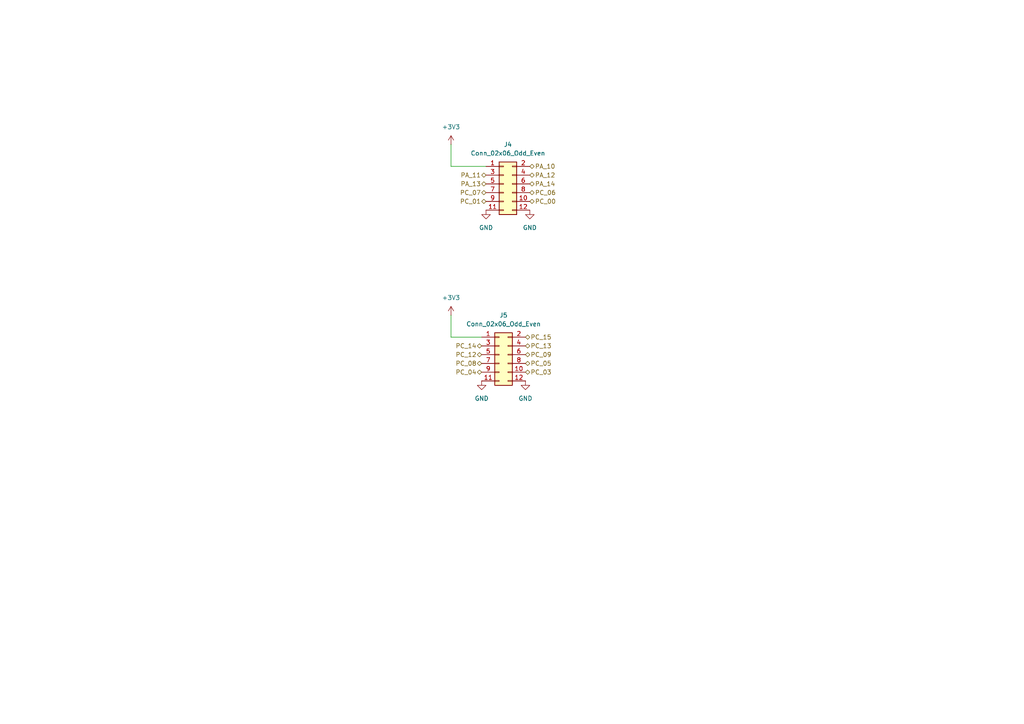
<source format=kicad_sch>
(kicad_sch (version 20231120) (generator "eeschema") (generator_version "8.0")
  (paper "A4")
  (title_block (date "2024-08-09"))
  (lib_symbols
    (symbol "Connector_Generic:Conn_02x06_Odd_Even" (pin_names (offset 1.016) hide)
      (property "Reference" "J" (at 1.27 7.62 0))
      (property "Value" "Conn_02x06_Odd_Even" (at 1.27 -10.16 0))
      (symbol "Conn_02x06_Odd_Even_1_1"
        (rectangle (start -1.27 -7.493) (end 0 -7.747) (stroke (width 0.1524)))
        (rectangle (start -1.27 -4.953) (end 0 -5.207) (stroke (width 0.1524)))
        (rectangle (start -1.27 -2.413) (end 0 -2.667) (stroke (width 0.1524)))
        (rectangle (start -1.27 0.127) (end 0 -0.127) (stroke (width 0.1524)))
        (rectangle (start -1.27 2.667) (end 0 2.413) (stroke (width 0.1524)))
        (rectangle (start -1.27 5.207) (end 0 4.953) (stroke (width 0.1524)))
        (rectangle (start -1.27 6.35) (end 3.81 -8.89) (stroke (width 0.254)) (fill (type background)))
        (rectangle (start 3.81 -7.493) (end 2.54 -7.747) (stroke (width 0.1524)))
        (rectangle (start 3.81 -4.953) (end 2.54 -5.207) (stroke (width 0.1524)))
        (rectangle (start 3.81 -2.413) (end 2.54 -2.667) (stroke (width 0.1524)))
        (rectangle (start 3.81 0.127) (end 2.54 -0.127) (stroke (width 0.1524)))
        (rectangle (start 3.81 2.667) (end 2.54 2.413) (stroke (width 0.1524)))
        (rectangle (start 3.81 5.207) (end 2.54 4.953) (stroke (width 0.1524)))
        (pin passive line (at -5.08 5.08 0) (length 3.81) (name "Pin_1") (number "1"))
        (pin passive line (at 7.62 -5.08 180) (length 3.81) (name "Pin_10") (number "10"))
        (pin passive line (at -5.08 -7.62 0) (length 3.81) (name "Pin_11") (number "11"))
        (pin passive line (at 7.62 -7.62 180) (length 3.81) (name "Pin_12") (number "12"))
        (pin passive line (at 7.62 5.08 180) (length 3.81) (name "Pin_2") (number "2"))
        (pin passive line (at -5.08 2.54 0) (length 3.81) (name "Pin_3") (number "3"))
        (pin passive line (at 7.62 2.54 180) (length 3.81) (name "Pin_4") (number "4"))
        (pin passive line (at -5.08 0 0) (length 3.81) (name "Pin_5") (number "5"))
        (pin passive line (at 7.62 0 180) (length 3.81) (name "Pin_6") (number "6"))
        (pin passive line (at -5.08 -2.54 0) (length 3.81) (name "Pin_7") (number "7"))
        (pin passive line (at 7.62 -2.54 180) (length 3.81) (name "Pin_8") (number "8"))
        (pin passive line (at -5.08 -5.08 0) (length 3.81) (name "Pin_9") (number "9"))
      )
    )
    (symbol "power:+3V3" (power) (pin_numbers hide) (pin_names (offset 0) hide)
      (property "Value" "+3V3" (at 0 3.556 0))
      (symbol "+3V3_0_1"
        (polyline (pts (xy -0.762 1.27) (xy 0 2.54)))
        (polyline (pts (xy 0 0) (xy 0 2.54)))
        (polyline (pts (xy 0 2.54) (xy 0.762 1.27)))
      )
      (symbol "+3V3_1_1"
        (pin power_in line (at 0 0 90) (length 0) (name "~") (number "1"))
      )
    )
    (symbol "power:GND" (power) (pin_numbers hide) (pin_names (offset 0) hide)
      (property "Value" "GND" (at 0 -3.81 0))
      (symbol "GND_0_1"
        (polyline (pts (xy 0 0) (xy 0 -1.27) (xy 1.27 -1.27) (xy 0 -2.54) (xy -1.27 -1.27) (xy 0 -1.27)))
      )
      (symbol "GND_1_1"
        (pin power_in line (at 0 0 270) (length 0) (name "~") (number "1"))
      )
    )
  )
  (wire (pts (xy 130.81 41.91) (xy 130.81 48.26)))
  (wire (pts (xy 130.81 91.44) (xy 130.81 97.79)))
  (wire (pts (xy 130.81 48.26) (xy 140.97 48.26)))
  (wire (pts (xy 130.81 97.79) (xy 139.7 97.79)))
  (hierarchical_label "PC_06" (shape bidirectional) (at 153.67 55.88 0))
  (hierarchical_label "PC_15" (shape bidirectional) (at 152.4 97.79 0))
  (hierarchical_label "PC_03" (shape bidirectional) (at 152.4 107.95 0))
  (hierarchical_label "PC_08" (shape bidirectional) (at 139.7 105.41 180))
  (hierarchical_label "PC_12" (shape bidirectional) (at 139.7 102.87 180))
  (hierarchical_label "PA_10" (shape bidirectional) (at 153.67 48.26 0))
  (hierarchical_label "PA_12" (shape bidirectional) (at 153.67 50.8 0))
  (hierarchical_label "PC_04" (shape bidirectional) (at 139.7 107.95 180))
  (hierarchical_label "PC_09" (shape bidirectional) (at 152.4 102.87 0))
  (hierarchical_label "PC_05" (shape bidirectional) (at 152.4 105.41 0))
  (hierarchical_label "PA_11" (shape bidirectional) (at 140.97 50.8 180))
  (hierarchical_label "PA_13" (shape bidirectional) (at 140.97 53.34 180))
  (hierarchical_label "PC_01" (shape bidirectional) (at 140.97 58.42 180))
  (hierarchical_label "PC_00" (shape bidirectional) (at 153.67 58.42 0))
  (hierarchical_label "PC_13" (shape bidirectional) (at 152.4 100.33 0))
  (hierarchical_label "PC_07" (shape bidirectional) (at 140.97 55.88 180))
  (hierarchical_label "PC_14" (shape bidirectional) (at 139.7 100.33 180))
  (hierarchical_label "PA_14" (shape bidirectional) (at 153.67 53.34 0))
  (symbol (lib_id "power:GND") (at 152.4 110.49 0) (unit 1)
    (property "Reference" "#PWR029" (effects (hide yes)))
    (property "Value" "GND" (at 152.4 115.57 0))
    (property "Description" "Power symbol creates a global label with name \"GND\" , ground" (effects (hide yes)))
  )
  (symbol (lib_id "Connector_Generic:Conn_02x06_Odd_Even") (at 146.05 53.34 0) (unit 1)
    (property "Reference" "J4" (at 147.32 41.91 0))
    (property "Value" "Conn_02x06_Odd_Even" (at 147.32 44.45 0))
    (property "Footprint" "Connector_PinHeader_2.54mm:PinHeader_2x06_P2.54mm_Vertical" (effects (hide yes)))
    (property "Description" "Generic connector, double row, 02x06, odd/even pin numbering scheme (row 1 odd numbers, row 2 even numbers), script generated (kicad-library-utils/schlib/autogen/connector/)" (effects (hide yes)))
  )
  (symbol (lib_id "power:GND") (at 139.7 110.49 0) (unit 1)
    (property "Reference" "#PWR031" (effects (hide yes)))
    (property "Value" "GND" (at 139.7 115.57 0))
    (property "Description" "Power symbol creates a global label with name \"GND\" , ground" (effects (hide yes)))
  )
  (symbol (lib_id "power:GND") (at 140.97 60.96 0) (unit 1)
    (property "Reference" "#PWR030" (effects (hide yes)))
    (property "Value" "GND" (at 140.97 66.04 0))
    (property "Description" "Power symbol creates a global label with name \"GND\" , ground" (effects (hide yes)))
  )
  (symbol (lib_id "power:GND") (at 153.67 60.96 0) (unit 1)
    (property "Reference" "#PWR028" (effects (hide yes)))
    (property "Value" "GND" (at 153.67 66.04 0))
    (property "Description" "Power symbol creates a global label with name \"GND\" , ground" (effects (hide yes)))
  )
  (symbol (lib_id "power:+3V3") (at 130.81 41.91 0) (unit 1)
    (property "Reference" "#PWR026" (effects (hide yes)))
    (property "Value" "+3V3" (at 130.81 36.83 0))
    (property "Description" "Power symbol creates a global label with name \"+3V3\"" (effects (hide yes)))
  )
  (symbol (lib_id "power:+3V3") (at 130.81 91.44 0) (unit 1)
    (property "Reference" "#PWR027" (effects (hide yes)))
    (property "Value" "+3V3" (at 130.81 86.36 0))
    (property "Description" "Power symbol creates a global label with name \"+3V3\"" (effects (hide yes)))
  )
  (symbol (lib_id "Connector_Generic:Conn_02x06_Odd_Even") (at 144.78 102.87 0) (unit 1)
    (property "Reference" "J5" (at 146.05 91.44 0))
    (property "Value" "Conn_02x06_Odd_Even" (at 146.05 93.98 0))
    (property "Footprint" "Connector_PinHeader_2.54mm:PinHeader_2x06_P2.54mm_Vertical" (effects (hide yes)))
    (property "Description" "Generic connector, double row, 02x06, odd/even pin numbering scheme (row 1 odd numbers, row 2 even numbers), script generated (kicad-library-utils/schlib/autogen/connector/)" (effects (hide yes)))
  )
)
</source>
